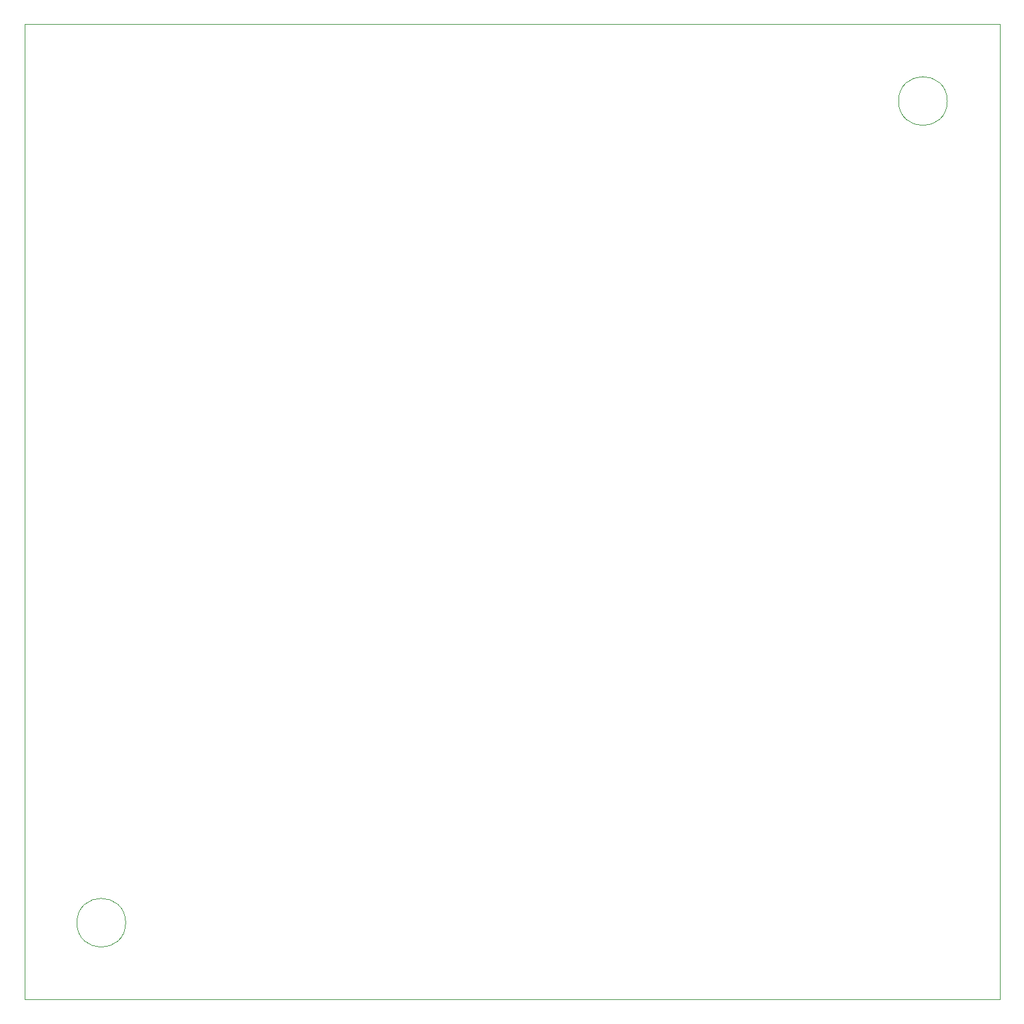
<source format=gbr>
G04 #@! TF.GenerationSoftware,KiCad,Pcbnew,(5.1.6)-1*
G04 #@! TF.CreationDate,2020-11-29T14:51:15-05:00*
G04 #@! TF.ProjectId,Launchbox,4c61756e-6368-4626-9f78-2e6b69636164,Launchbox*
G04 #@! TF.SameCoordinates,Original*
G04 #@! TF.FileFunction,Profile,NP*
%FSLAX46Y46*%
G04 Gerber Fmt 4.6, Leading zero omitted, Abs format (unit mm)*
G04 Created by KiCad (PCBNEW (5.1.6)-1) date 2020-11-29 14:51:15*
%MOMM*%
%LPD*%
G01*
G04 APERTURE LIST*
G04 #@! TA.AperFunction,Profile*
%ADD10C,0.025400*%
G04 #@! TD*
G04 APERTURE END LIST*
D10*
X163990000Y-45560000D02*
G75*
G03*
X163990000Y-45560000I-3175000J0D01*
G01*
X56990000Y-152560000D02*
G75*
G03*
X56990000Y-152560000I-3175000J0D01*
G01*
X43815000Y-162560000D02*
X170815000Y-162560000D01*
X43815000Y-35560000D02*
X43815000Y-162560000D01*
X170815000Y-35560000D02*
X43815000Y-35560000D01*
X170815000Y-35560000D02*
X170815000Y-162560000D01*
M02*

</source>
